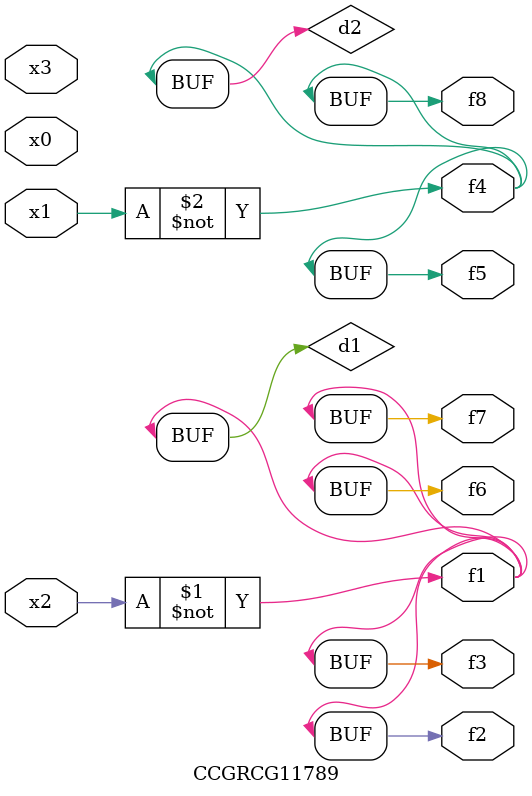
<source format=v>
module CCGRCG11789(
	input x0, x1, x2, x3,
	output f1, f2, f3, f4, f5, f6, f7, f8
);

	wire d1, d2;

	xnor (d1, x2);
	not (d2, x1);
	assign f1 = d1;
	assign f2 = d1;
	assign f3 = d1;
	assign f4 = d2;
	assign f5 = d2;
	assign f6 = d1;
	assign f7 = d1;
	assign f8 = d2;
endmodule

</source>
